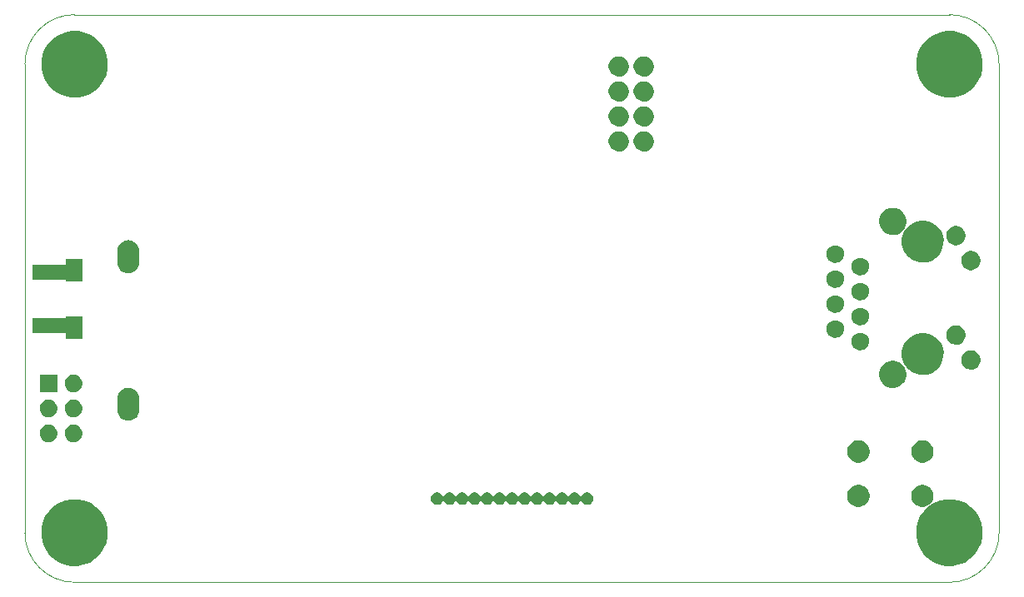
<source format=gbs>
G04 (created by PCBNEW (2013-07-07 BZR 4022)-stable) date 04/07/2014 12:13:18*
%MOIN*%
G04 Gerber Fmt 3.4, Leading zero omitted, Abs format*
%FSLAX34Y34*%
G01*
G70*
G90*
G04 APERTURE LIST*
%ADD10C,0.00590551*%
%ADD11C,0.00393701*%
G04 APERTURE END LIST*
G54D10*
G54D11*
X35531Y-48472D02*
X35531Y-29722D01*
X35531Y-48472D02*
G75*
G03X37518Y-50460I1987J0D01*
G74*
G01*
X72520Y-50460D02*
X37518Y-50460D01*
X72520Y-50460D02*
G75*
G03X74507Y-48472I0J1987D01*
G74*
G01*
X74507Y-29722D02*
X74507Y-48472D01*
X74507Y-29722D02*
G75*
G03X72520Y-27735I-1987J0D01*
G74*
G01*
X37518Y-27735D02*
X72520Y-27735D01*
X37518Y-27735D02*
G75*
G03X35531Y-29722I0J-1987D01*
G74*
G01*
G54D10*
G36*
X36831Y-43466D02*
X36830Y-43542D01*
X36814Y-43612D01*
X36787Y-43673D01*
X36746Y-43731D01*
X36698Y-43777D01*
X36637Y-43815D01*
X36576Y-43839D01*
X36505Y-43852D01*
X36439Y-43850D01*
X36369Y-43835D01*
X36309Y-43808D01*
X36249Y-43767D01*
X36204Y-43720D01*
X36165Y-43659D01*
X36140Y-43598D01*
X36127Y-43527D01*
X36128Y-43462D01*
X36143Y-43391D01*
X36169Y-43331D01*
X36210Y-43271D01*
X36257Y-43225D01*
X36317Y-43186D01*
X36378Y-43161D01*
X36449Y-43148D01*
X36515Y-43148D01*
X36586Y-43163D01*
X36646Y-43188D01*
X36706Y-43229D01*
X36752Y-43275D01*
X36792Y-43335D01*
X36817Y-43396D01*
X36817Y-43397D01*
X36817Y-43397D01*
X36824Y-43431D01*
X36831Y-43465D01*
X36831Y-43466D01*
X36831Y-43466D01*
G37*
G36*
X36831Y-44466D02*
X36830Y-44542D01*
X36814Y-44612D01*
X36787Y-44673D01*
X36746Y-44731D01*
X36698Y-44777D01*
X36637Y-44815D01*
X36576Y-44839D01*
X36505Y-44852D01*
X36439Y-44850D01*
X36369Y-44835D01*
X36309Y-44808D01*
X36249Y-44767D01*
X36204Y-44720D01*
X36165Y-44659D01*
X36140Y-44598D01*
X36127Y-44527D01*
X36128Y-44462D01*
X36143Y-44391D01*
X36169Y-44331D01*
X36210Y-44271D01*
X36257Y-44225D01*
X36317Y-44186D01*
X36378Y-44161D01*
X36449Y-44148D01*
X36515Y-44148D01*
X36586Y-44163D01*
X36646Y-44188D01*
X36706Y-44229D01*
X36752Y-44275D01*
X36792Y-44335D01*
X36817Y-44396D01*
X36817Y-44397D01*
X36817Y-44397D01*
X36824Y-44431D01*
X36831Y-44465D01*
X36831Y-44466D01*
X36831Y-44466D01*
G37*
G36*
X36831Y-42851D02*
X36128Y-42851D01*
X36128Y-42148D01*
X36831Y-42148D01*
X36831Y-42851D01*
X36831Y-42851D01*
G37*
G36*
X37831Y-42466D02*
X37830Y-42542D01*
X37814Y-42612D01*
X37787Y-42673D01*
X37746Y-42731D01*
X37698Y-42777D01*
X37637Y-42815D01*
X37576Y-42839D01*
X37505Y-42852D01*
X37439Y-42850D01*
X37369Y-42835D01*
X37309Y-42808D01*
X37249Y-42767D01*
X37204Y-42720D01*
X37165Y-42659D01*
X37140Y-42598D01*
X37127Y-42527D01*
X37128Y-42462D01*
X37143Y-42391D01*
X37169Y-42331D01*
X37210Y-42271D01*
X37257Y-42225D01*
X37317Y-42186D01*
X37378Y-42161D01*
X37449Y-42148D01*
X37515Y-42148D01*
X37586Y-42163D01*
X37646Y-42188D01*
X37706Y-42229D01*
X37752Y-42275D01*
X37792Y-42335D01*
X37817Y-42396D01*
X37817Y-42397D01*
X37817Y-42397D01*
X37824Y-42431D01*
X37831Y-42465D01*
X37831Y-42466D01*
X37831Y-42466D01*
G37*
G36*
X37831Y-43466D02*
X37830Y-43542D01*
X37814Y-43612D01*
X37787Y-43673D01*
X37746Y-43731D01*
X37698Y-43777D01*
X37637Y-43815D01*
X37576Y-43839D01*
X37505Y-43852D01*
X37439Y-43850D01*
X37369Y-43835D01*
X37309Y-43808D01*
X37249Y-43767D01*
X37204Y-43720D01*
X37165Y-43659D01*
X37140Y-43598D01*
X37127Y-43527D01*
X37128Y-43462D01*
X37143Y-43391D01*
X37169Y-43331D01*
X37210Y-43271D01*
X37257Y-43225D01*
X37317Y-43186D01*
X37378Y-43161D01*
X37449Y-43148D01*
X37515Y-43148D01*
X37586Y-43163D01*
X37646Y-43188D01*
X37706Y-43229D01*
X37752Y-43275D01*
X37792Y-43335D01*
X37817Y-43396D01*
X37817Y-43397D01*
X37817Y-43397D01*
X37824Y-43431D01*
X37831Y-43465D01*
X37831Y-43466D01*
X37831Y-43466D01*
G37*
G36*
X37831Y-44466D02*
X37830Y-44542D01*
X37814Y-44612D01*
X37787Y-44673D01*
X37746Y-44731D01*
X37698Y-44777D01*
X37637Y-44815D01*
X37576Y-44839D01*
X37505Y-44852D01*
X37439Y-44850D01*
X37369Y-44835D01*
X37309Y-44808D01*
X37249Y-44767D01*
X37204Y-44720D01*
X37165Y-44659D01*
X37140Y-44598D01*
X37127Y-44527D01*
X37128Y-44462D01*
X37143Y-44391D01*
X37169Y-44331D01*
X37210Y-44271D01*
X37257Y-44225D01*
X37317Y-44186D01*
X37378Y-44161D01*
X37449Y-44148D01*
X37515Y-44148D01*
X37586Y-44163D01*
X37646Y-44188D01*
X37706Y-44229D01*
X37752Y-44275D01*
X37792Y-44335D01*
X37817Y-44396D01*
X37817Y-44397D01*
X37817Y-44397D01*
X37824Y-44431D01*
X37831Y-44465D01*
X37831Y-44466D01*
X37831Y-44466D01*
G37*
G36*
X37842Y-38417D02*
X37164Y-38417D01*
X37164Y-38371D01*
X37164Y-38364D01*
X37161Y-38357D01*
X37156Y-38351D01*
X37148Y-38348D01*
X37141Y-38348D01*
X35825Y-38348D01*
X35825Y-37733D01*
X37141Y-37733D01*
X37148Y-37733D01*
X37156Y-37730D01*
X37161Y-37725D01*
X37164Y-37718D01*
X37164Y-37710D01*
X37164Y-37527D01*
X37842Y-37527D01*
X37842Y-38417D01*
X37842Y-38417D01*
G37*
G36*
X37842Y-40700D02*
X37164Y-40700D01*
X37164Y-40517D01*
X37164Y-40509D01*
X37161Y-40502D01*
X37156Y-40497D01*
X37148Y-40494D01*
X37141Y-40494D01*
X35825Y-40494D01*
X35825Y-39879D01*
X37141Y-39879D01*
X37148Y-39879D01*
X37156Y-39876D01*
X37161Y-39870D01*
X37164Y-39863D01*
X37164Y-39856D01*
X37164Y-39810D01*
X37842Y-39810D01*
X37842Y-40700D01*
X37842Y-40700D01*
G37*
G36*
X38850Y-29594D02*
X38846Y-29889D01*
X38788Y-30146D01*
X38683Y-30382D01*
X38531Y-30598D01*
X38344Y-30776D01*
X38121Y-30917D01*
X37880Y-31011D01*
X37620Y-31056D01*
X37362Y-31051D01*
X37104Y-30994D01*
X36868Y-30891D01*
X36651Y-30740D01*
X36472Y-30555D01*
X36329Y-30333D01*
X36234Y-30093D01*
X36186Y-29833D01*
X36190Y-29576D01*
X36245Y-29317D01*
X36346Y-29080D01*
X36496Y-28862D01*
X36680Y-28682D01*
X36901Y-28537D01*
X37140Y-28441D01*
X37400Y-28391D01*
X37657Y-28393D01*
X37916Y-28446D01*
X38154Y-28546D01*
X38373Y-28694D01*
X38554Y-28876D01*
X38701Y-29097D01*
X38799Y-29335D01*
X38850Y-29594D01*
X38850Y-29594D01*
G37*
G36*
X38850Y-48344D02*
X38846Y-48639D01*
X38788Y-48896D01*
X38683Y-49132D01*
X38531Y-49348D01*
X38344Y-49526D01*
X38121Y-49667D01*
X37880Y-49761D01*
X37620Y-49806D01*
X37362Y-49801D01*
X37104Y-49744D01*
X36868Y-49641D01*
X36651Y-49490D01*
X36472Y-49305D01*
X36329Y-49083D01*
X36234Y-48843D01*
X36186Y-48583D01*
X36190Y-48326D01*
X36245Y-48067D01*
X36346Y-47830D01*
X36496Y-47612D01*
X36680Y-47432D01*
X36901Y-47287D01*
X37140Y-47191D01*
X37400Y-47141D01*
X37657Y-47143D01*
X37916Y-47196D01*
X38154Y-47296D01*
X38373Y-47444D01*
X38554Y-47626D01*
X38701Y-47847D01*
X38799Y-48085D01*
X38850Y-48344D01*
X38850Y-48344D01*
G37*
G36*
X40110Y-37641D02*
X40110Y-37647D01*
X40110Y-37651D01*
X40110Y-37651D01*
X40100Y-37737D01*
X40100Y-37737D01*
X40100Y-37737D01*
X40074Y-37820D01*
X40032Y-37896D01*
X39976Y-37962D01*
X39908Y-38017D01*
X39832Y-38057D01*
X39748Y-38082D01*
X39662Y-38089D01*
X39575Y-38080D01*
X39493Y-38055D01*
X39416Y-38013D01*
X39349Y-37958D01*
X39294Y-37891D01*
X39254Y-37814D01*
X39228Y-37731D01*
X39220Y-37641D01*
X39220Y-37209D01*
X39220Y-37202D01*
X39220Y-37199D01*
X39220Y-37199D01*
X39230Y-37112D01*
X39230Y-37112D01*
X39230Y-37112D01*
X39256Y-37030D01*
X39298Y-36953D01*
X39353Y-36887D01*
X39421Y-36833D01*
X39498Y-36792D01*
X39582Y-36768D01*
X39668Y-36760D01*
X39754Y-36769D01*
X39837Y-36795D01*
X39914Y-36836D01*
X39980Y-36891D01*
X40035Y-36959D01*
X40076Y-37035D01*
X40101Y-37118D01*
X40110Y-37209D01*
X40110Y-37641D01*
X40110Y-37641D01*
G37*
G36*
X40110Y-43546D02*
X40110Y-43553D01*
X40110Y-43556D01*
X40110Y-43556D01*
X40100Y-43642D01*
X40100Y-43643D01*
X40100Y-43643D01*
X40074Y-43725D01*
X40032Y-43802D01*
X39976Y-43868D01*
X39908Y-43922D01*
X39832Y-43962D01*
X39748Y-43987D01*
X39662Y-43995D01*
X39575Y-43986D01*
X39493Y-43960D01*
X39416Y-43919D01*
X39349Y-43864D01*
X39294Y-43796D01*
X39254Y-43720D01*
X39228Y-43636D01*
X39220Y-43546D01*
X39220Y-43114D01*
X39220Y-43108D01*
X39220Y-43104D01*
X39220Y-43104D01*
X39230Y-43018D01*
X39230Y-43018D01*
X39230Y-43018D01*
X39256Y-42935D01*
X39298Y-42859D01*
X39353Y-42793D01*
X39421Y-42738D01*
X39498Y-42698D01*
X39582Y-42673D01*
X39668Y-42666D01*
X39754Y-42675D01*
X39837Y-42700D01*
X39914Y-42742D01*
X39980Y-42797D01*
X40035Y-42864D01*
X40076Y-42941D01*
X40101Y-43024D01*
X40110Y-43114D01*
X40110Y-43546D01*
X40110Y-43546D01*
G37*
G36*
X58268Y-47087D02*
X58267Y-47140D01*
X58255Y-47190D01*
X58237Y-47232D01*
X58207Y-47274D01*
X58174Y-47305D01*
X58130Y-47333D01*
X58088Y-47350D01*
X58037Y-47359D01*
X57991Y-47358D01*
X57941Y-47346D01*
X57899Y-47328D01*
X57856Y-47299D01*
X57825Y-47266D01*
X57797Y-47222D01*
X57789Y-47202D01*
X57786Y-47195D01*
X57780Y-47190D01*
X57773Y-47187D01*
X57766Y-47187D01*
X57758Y-47190D01*
X57753Y-47195D01*
X57737Y-47232D01*
X57707Y-47274D01*
X57674Y-47305D01*
X57630Y-47333D01*
X57588Y-47350D01*
X57537Y-47359D01*
X57491Y-47358D01*
X57441Y-47346D01*
X57399Y-47328D01*
X57356Y-47299D01*
X57325Y-47266D01*
X57297Y-47222D01*
X57289Y-47202D01*
X57286Y-47195D01*
X57280Y-47190D01*
X57273Y-47187D01*
X57266Y-47187D01*
X57258Y-47190D01*
X57253Y-47195D01*
X57237Y-47232D01*
X57207Y-47274D01*
X57174Y-47305D01*
X57130Y-47333D01*
X57088Y-47350D01*
X57037Y-47359D01*
X56991Y-47358D01*
X56941Y-47346D01*
X56899Y-47328D01*
X56856Y-47299D01*
X56825Y-47266D01*
X56797Y-47222D01*
X56789Y-47202D01*
X56786Y-47195D01*
X56780Y-47190D01*
X56773Y-47187D01*
X56766Y-47187D01*
X56758Y-47190D01*
X56753Y-47195D01*
X56737Y-47232D01*
X56707Y-47274D01*
X56674Y-47305D01*
X56630Y-47333D01*
X56588Y-47350D01*
X56537Y-47359D01*
X56491Y-47358D01*
X56441Y-47346D01*
X56399Y-47328D01*
X56356Y-47299D01*
X56325Y-47266D01*
X56297Y-47222D01*
X56289Y-47202D01*
X56286Y-47195D01*
X56280Y-47190D01*
X56273Y-47187D01*
X56266Y-47187D01*
X56258Y-47190D01*
X56253Y-47195D01*
X56237Y-47232D01*
X56207Y-47274D01*
X56174Y-47305D01*
X56130Y-47333D01*
X56088Y-47350D01*
X56037Y-47359D01*
X55991Y-47358D01*
X55941Y-47346D01*
X55899Y-47328D01*
X55856Y-47299D01*
X55825Y-47266D01*
X55797Y-47222D01*
X55789Y-47202D01*
X55786Y-47195D01*
X55780Y-47190D01*
X55773Y-47187D01*
X55766Y-47187D01*
X55758Y-47190D01*
X55753Y-47195D01*
X55737Y-47232D01*
X55707Y-47274D01*
X55674Y-47305D01*
X55630Y-47333D01*
X55588Y-47350D01*
X55537Y-47359D01*
X55491Y-47358D01*
X55441Y-47346D01*
X55399Y-47328D01*
X55356Y-47299D01*
X55325Y-47266D01*
X55297Y-47222D01*
X55289Y-47202D01*
X55286Y-47195D01*
X55280Y-47190D01*
X55273Y-47187D01*
X55266Y-47187D01*
X55258Y-47190D01*
X55253Y-47195D01*
X55237Y-47232D01*
X55207Y-47274D01*
X55174Y-47305D01*
X55130Y-47333D01*
X55088Y-47350D01*
X55037Y-47359D01*
X54991Y-47358D01*
X54941Y-47346D01*
X54899Y-47328D01*
X54856Y-47299D01*
X54825Y-47266D01*
X54797Y-47222D01*
X54789Y-47202D01*
X54786Y-47195D01*
X54780Y-47190D01*
X54773Y-47187D01*
X54766Y-47187D01*
X54758Y-47190D01*
X54753Y-47195D01*
X54737Y-47232D01*
X54707Y-47274D01*
X54674Y-47305D01*
X54630Y-47333D01*
X54588Y-47350D01*
X54537Y-47359D01*
X54491Y-47358D01*
X54441Y-47346D01*
X54399Y-47328D01*
X54356Y-47299D01*
X54325Y-47266D01*
X54297Y-47222D01*
X54289Y-47202D01*
X54286Y-47195D01*
X54280Y-47190D01*
X54273Y-47187D01*
X54266Y-47187D01*
X54258Y-47190D01*
X54253Y-47195D01*
X54237Y-47232D01*
X54207Y-47274D01*
X54174Y-47305D01*
X54130Y-47333D01*
X54088Y-47350D01*
X54037Y-47359D01*
X53991Y-47358D01*
X53941Y-47346D01*
X53899Y-47328D01*
X53856Y-47299D01*
X53825Y-47266D01*
X53797Y-47222D01*
X53789Y-47202D01*
X53786Y-47195D01*
X53780Y-47190D01*
X53773Y-47187D01*
X53766Y-47187D01*
X53758Y-47190D01*
X53753Y-47195D01*
X53737Y-47232D01*
X53707Y-47274D01*
X53674Y-47305D01*
X53630Y-47333D01*
X53588Y-47350D01*
X53537Y-47359D01*
X53491Y-47358D01*
X53441Y-47346D01*
X53399Y-47328D01*
X53356Y-47299D01*
X53325Y-47266D01*
X53297Y-47222D01*
X53289Y-47202D01*
X53286Y-47195D01*
X53280Y-47190D01*
X53273Y-47187D01*
X53266Y-47187D01*
X53258Y-47190D01*
X53253Y-47195D01*
X53237Y-47232D01*
X53207Y-47274D01*
X53174Y-47305D01*
X53130Y-47333D01*
X53088Y-47350D01*
X53037Y-47359D01*
X52991Y-47358D01*
X52941Y-47346D01*
X52899Y-47328D01*
X52856Y-47299D01*
X52825Y-47266D01*
X52797Y-47222D01*
X52789Y-47202D01*
X52786Y-47195D01*
X52780Y-47190D01*
X52773Y-47187D01*
X52766Y-47187D01*
X52758Y-47190D01*
X52753Y-47195D01*
X52737Y-47232D01*
X52707Y-47274D01*
X52674Y-47305D01*
X52630Y-47333D01*
X52588Y-47350D01*
X52537Y-47359D01*
X52491Y-47358D01*
X52441Y-47346D01*
X52399Y-47328D01*
X52356Y-47299D01*
X52325Y-47266D01*
X52297Y-47222D01*
X52289Y-47202D01*
X52286Y-47195D01*
X52280Y-47190D01*
X52273Y-47187D01*
X52266Y-47187D01*
X52258Y-47190D01*
X52253Y-47195D01*
X52237Y-47232D01*
X52207Y-47274D01*
X52174Y-47305D01*
X52130Y-47333D01*
X52088Y-47350D01*
X52037Y-47359D01*
X51991Y-47358D01*
X51941Y-47346D01*
X51899Y-47328D01*
X51856Y-47299D01*
X51825Y-47266D01*
X51797Y-47222D01*
X51780Y-47180D01*
X51771Y-47129D01*
X51771Y-47084D01*
X51782Y-47033D01*
X51800Y-46991D01*
X51829Y-46948D01*
X51862Y-46916D01*
X51905Y-46888D01*
X51947Y-46871D01*
X51998Y-46861D01*
X52043Y-46862D01*
X52095Y-46872D01*
X52136Y-46889D01*
X52180Y-46919D01*
X52211Y-46951D01*
X52240Y-46994D01*
X52250Y-47017D01*
X52253Y-47024D01*
X52258Y-47030D01*
X52265Y-47033D01*
X52273Y-47033D01*
X52280Y-47030D01*
X52285Y-47024D01*
X52300Y-46991D01*
X52329Y-46948D01*
X52362Y-46916D01*
X52405Y-46888D01*
X52447Y-46871D01*
X52498Y-46861D01*
X52543Y-46862D01*
X52595Y-46872D01*
X52636Y-46889D01*
X52680Y-46919D01*
X52711Y-46951D01*
X52740Y-46994D01*
X52750Y-47017D01*
X52753Y-47024D01*
X52758Y-47030D01*
X52765Y-47033D01*
X52773Y-47033D01*
X52780Y-47030D01*
X52785Y-47024D01*
X52800Y-46991D01*
X52829Y-46948D01*
X52862Y-46916D01*
X52905Y-46888D01*
X52947Y-46871D01*
X52998Y-46861D01*
X53043Y-46862D01*
X53095Y-46872D01*
X53136Y-46889D01*
X53180Y-46919D01*
X53211Y-46951D01*
X53240Y-46994D01*
X53250Y-47017D01*
X53253Y-47024D01*
X53258Y-47030D01*
X53265Y-47033D01*
X53273Y-47033D01*
X53280Y-47030D01*
X53285Y-47024D01*
X53300Y-46991D01*
X53329Y-46948D01*
X53362Y-46916D01*
X53405Y-46888D01*
X53447Y-46871D01*
X53498Y-46861D01*
X53543Y-46862D01*
X53595Y-46872D01*
X53636Y-46889D01*
X53680Y-46919D01*
X53711Y-46951D01*
X53740Y-46994D01*
X53750Y-47017D01*
X53753Y-47024D01*
X53758Y-47030D01*
X53765Y-47033D01*
X53773Y-47033D01*
X53780Y-47030D01*
X53785Y-47024D01*
X53800Y-46991D01*
X53829Y-46948D01*
X53862Y-46916D01*
X53905Y-46888D01*
X53947Y-46871D01*
X53998Y-46861D01*
X54043Y-46862D01*
X54095Y-46872D01*
X54136Y-46889D01*
X54180Y-46919D01*
X54211Y-46951D01*
X54240Y-46994D01*
X54250Y-47017D01*
X54253Y-47024D01*
X54258Y-47030D01*
X54265Y-47033D01*
X54273Y-47033D01*
X54280Y-47030D01*
X54285Y-47024D01*
X54300Y-46991D01*
X54329Y-46948D01*
X54362Y-46916D01*
X54405Y-46888D01*
X54447Y-46871D01*
X54498Y-46861D01*
X54543Y-46862D01*
X54595Y-46872D01*
X54636Y-46889D01*
X54680Y-46919D01*
X54711Y-46951D01*
X54740Y-46994D01*
X54750Y-47017D01*
X54753Y-47024D01*
X54758Y-47030D01*
X54765Y-47033D01*
X54773Y-47033D01*
X54780Y-47030D01*
X54785Y-47024D01*
X54800Y-46991D01*
X54829Y-46948D01*
X54862Y-46916D01*
X54905Y-46888D01*
X54947Y-46871D01*
X54998Y-46861D01*
X55043Y-46862D01*
X55095Y-46872D01*
X55136Y-46889D01*
X55180Y-46919D01*
X55211Y-46951D01*
X55240Y-46994D01*
X55250Y-47017D01*
X55253Y-47024D01*
X55258Y-47030D01*
X55265Y-47033D01*
X55273Y-47033D01*
X55280Y-47030D01*
X55285Y-47024D01*
X55300Y-46991D01*
X55329Y-46948D01*
X55362Y-46916D01*
X55405Y-46888D01*
X55447Y-46871D01*
X55498Y-46861D01*
X55543Y-46862D01*
X55595Y-46872D01*
X55636Y-46889D01*
X55680Y-46919D01*
X55711Y-46951D01*
X55740Y-46994D01*
X55750Y-47017D01*
X55753Y-47024D01*
X55758Y-47030D01*
X55765Y-47033D01*
X55773Y-47033D01*
X55780Y-47030D01*
X55785Y-47024D01*
X55800Y-46991D01*
X55829Y-46948D01*
X55862Y-46916D01*
X55905Y-46888D01*
X55947Y-46871D01*
X55998Y-46861D01*
X56043Y-46862D01*
X56095Y-46872D01*
X56136Y-46889D01*
X56180Y-46919D01*
X56211Y-46951D01*
X56240Y-46994D01*
X56250Y-47017D01*
X56253Y-47024D01*
X56258Y-47030D01*
X56265Y-47033D01*
X56273Y-47033D01*
X56280Y-47030D01*
X56285Y-47024D01*
X56300Y-46991D01*
X56329Y-46948D01*
X56362Y-46916D01*
X56405Y-46888D01*
X56447Y-46871D01*
X56498Y-46861D01*
X56543Y-46862D01*
X56595Y-46872D01*
X56636Y-46889D01*
X56680Y-46919D01*
X56711Y-46951D01*
X56740Y-46994D01*
X56750Y-47017D01*
X56753Y-47024D01*
X56758Y-47030D01*
X56765Y-47033D01*
X56773Y-47033D01*
X56780Y-47030D01*
X56785Y-47024D01*
X56800Y-46991D01*
X56829Y-46948D01*
X56862Y-46916D01*
X56905Y-46888D01*
X56947Y-46871D01*
X56998Y-46861D01*
X57043Y-46862D01*
X57095Y-46872D01*
X57136Y-46889D01*
X57180Y-46919D01*
X57211Y-46951D01*
X57240Y-46994D01*
X57250Y-47017D01*
X57253Y-47024D01*
X57258Y-47030D01*
X57265Y-47033D01*
X57273Y-47033D01*
X57280Y-47030D01*
X57285Y-47024D01*
X57300Y-46991D01*
X57329Y-46948D01*
X57362Y-46916D01*
X57405Y-46888D01*
X57447Y-46871D01*
X57498Y-46861D01*
X57543Y-46862D01*
X57595Y-46872D01*
X57636Y-46889D01*
X57680Y-46919D01*
X57711Y-46951D01*
X57740Y-46994D01*
X57750Y-47017D01*
X57753Y-47024D01*
X57758Y-47030D01*
X57765Y-47033D01*
X57773Y-47033D01*
X57780Y-47030D01*
X57785Y-47024D01*
X57800Y-46991D01*
X57829Y-46948D01*
X57862Y-46916D01*
X57905Y-46888D01*
X57947Y-46871D01*
X57998Y-46861D01*
X58043Y-46862D01*
X58095Y-46872D01*
X58136Y-46889D01*
X58180Y-46919D01*
X58211Y-46951D01*
X58240Y-46994D01*
X58257Y-47036D01*
X58267Y-47085D01*
X58268Y-47087D01*
X58268Y-47087D01*
G37*
G36*
X59691Y-29769D02*
X59690Y-29857D01*
X59672Y-29938D01*
X59641Y-30008D01*
X59593Y-30075D01*
X59538Y-30128D01*
X59468Y-30172D01*
X59397Y-30200D01*
X59315Y-30214D01*
X59239Y-30212D01*
X59158Y-30195D01*
X59088Y-30164D01*
X59020Y-30117D01*
X58967Y-30062D01*
X58922Y-29992D01*
X58894Y-29921D01*
X58879Y-29840D01*
X58880Y-29764D01*
X58897Y-29683D01*
X58927Y-29613D01*
X58974Y-29544D01*
X59029Y-29491D01*
X59098Y-29445D01*
X59169Y-29417D01*
X59250Y-29401D01*
X59326Y-29402D01*
X59408Y-29419D01*
X59478Y-29448D01*
X59547Y-29495D01*
X59600Y-29548D01*
X59646Y-29618D01*
X59675Y-29688D01*
X59691Y-29769D01*
X59691Y-29769D01*
G37*
G36*
X59691Y-30769D02*
X59690Y-30857D01*
X59672Y-30938D01*
X59641Y-31008D01*
X59593Y-31075D01*
X59538Y-31128D01*
X59468Y-31172D01*
X59397Y-31200D01*
X59315Y-31214D01*
X59239Y-31212D01*
X59158Y-31195D01*
X59088Y-31164D01*
X59020Y-31117D01*
X58967Y-31062D01*
X58922Y-30992D01*
X58894Y-30921D01*
X58879Y-30840D01*
X58880Y-30764D01*
X58897Y-30683D01*
X58927Y-30613D01*
X58974Y-30544D01*
X59029Y-30491D01*
X59098Y-30445D01*
X59169Y-30417D01*
X59250Y-30401D01*
X59326Y-30402D01*
X59408Y-30419D01*
X59478Y-30448D01*
X59547Y-30495D01*
X59600Y-30548D01*
X59646Y-30618D01*
X59675Y-30688D01*
X59691Y-30769D01*
X59691Y-30769D01*
G37*
G36*
X59691Y-31769D02*
X59690Y-31857D01*
X59672Y-31938D01*
X59641Y-32008D01*
X59593Y-32075D01*
X59538Y-32128D01*
X59468Y-32172D01*
X59397Y-32200D01*
X59315Y-32214D01*
X59239Y-32212D01*
X59158Y-32195D01*
X59088Y-32164D01*
X59020Y-32117D01*
X58967Y-32062D01*
X58922Y-31992D01*
X58894Y-31921D01*
X58879Y-31840D01*
X58880Y-31764D01*
X58897Y-31683D01*
X58927Y-31613D01*
X58974Y-31544D01*
X59029Y-31491D01*
X59098Y-31445D01*
X59169Y-31417D01*
X59250Y-31401D01*
X59326Y-31402D01*
X59408Y-31419D01*
X59478Y-31448D01*
X59547Y-31495D01*
X59600Y-31548D01*
X59646Y-31618D01*
X59675Y-31688D01*
X59691Y-31769D01*
X59691Y-31769D01*
G37*
G36*
X59691Y-32769D02*
X59690Y-32857D01*
X59672Y-32938D01*
X59641Y-33008D01*
X59593Y-33075D01*
X59538Y-33128D01*
X59468Y-33172D01*
X59397Y-33200D01*
X59315Y-33214D01*
X59239Y-33212D01*
X59158Y-33195D01*
X59088Y-33164D01*
X59020Y-33117D01*
X58967Y-33062D01*
X58922Y-32992D01*
X58894Y-32921D01*
X58879Y-32840D01*
X58880Y-32764D01*
X58897Y-32683D01*
X58927Y-32613D01*
X58974Y-32544D01*
X59029Y-32491D01*
X59098Y-32445D01*
X59169Y-32417D01*
X59250Y-32401D01*
X59326Y-32402D01*
X59408Y-32419D01*
X59478Y-32448D01*
X59547Y-32495D01*
X59600Y-32548D01*
X59646Y-32618D01*
X59675Y-32688D01*
X59691Y-32769D01*
X59691Y-32769D01*
G37*
G36*
X60691Y-29769D02*
X60690Y-29857D01*
X60672Y-29938D01*
X60641Y-30008D01*
X60593Y-30075D01*
X60538Y-30128D01*
X60468Y-30172D01*
X60397Y-30200D01*
X60315Y-30214D01*
X60239Y-30212D01*
X60158Y-30195D01*
X60088Y-30164D01*
X60020Y-30117D01*
X59967Y-30062D01*
X59922Y-29992D01*
X59894Y-29921D01*
X59879Y-29840D01*
X59880Y-29764D01*
X59897Y-29683D01*
X59927Y-29613D01*
X59974Y-29544D01*
X60029Y-29491D01*
X60098Y-29445D01*
X60169Y-29417D01*
X60250Y-29401D01*
X60326Y-29402D01*
X60408Y-29419D01*
X60478Y-29448D01*
X60547Y-29495D01*
X60600Y-29548D01*
X60646Y-29618D01*
X60675Y-29688D01*
X60691Y-29769D01*
X60691Y-29769D01*
G37*
G36*
X60691Y-30769D02*
X60690Y-30857D01*
X60672Y-30938D01*
X60641Y-31008D01*
X60593Y-31075D01*
X60538Y-31128D01*
X60468Y-31172D01*
X60397Y-31200D01*
X60315Y-31214D01*
X60239Y-31212D01*
X60158Y-31195D01*
X60088Y-31164D01*
X60020Y-31117D01*
X59967Y-31062D01*
X59922Y-30992D01*
X59894Y-30921D01*
X59879Y-30840D01*
X59880Y-30764D01*
X59897Y-30683D01*
X59927Y-30613D01*
X59974Y-30544D01*
X60029Y-30491D01*
X60098Y-30445D01*
X60169Y-30417D01*
X60250Y-30401D01*
X60326Y-30402D01*
X60408Y-30419D01*
X60478Y-30448D01*
X60547Y-30495D01*
X60600Y-30548D01*
X60646Y-30618D01*
X60675Y-30688D01*
X60691Y-30769D01*
X60691Y-30769D01*
G37*
G36*
X60691Y-31769D02*
X60690Y-31857D01*
X60672Y-31938D01*
X60641Y-32008D01*
X60593Y-32075D01*
X60538Y-32128D01*
X60468Y-32172D01*
X60397Y-32200D01*
X60315Y-32214D01*
X60239Y-32212D01*
X60158Y-32195D01*
X60088Y-32164D01*
X60020Y-32117D01*
X59967Y-32062D01*
X59922Y-31992D01*
X59894Y-31921D01*
X59879Y-31840D01*
X59880Y-31764D01*
X59897Y-31683D01*
X59927Y-31613D01*
X59974Y-31544D01*
X60029Y-31491D01*
X60098Y-31445D01*
X60169Y-31417D01*
X60250Y-31401D01*
X60326Y-31402D01*
X60408Y-31419D01*
X60478Y-31448D01*
X60547Y-31495D01*
X60600Y-31548D01*
X60646Y-31618D01*
X60675Y-31688D01*
X60691Y-31769D01*
X60691Y-31769D01*
G37*
G36*
X60691Y-32769D02*
X60690Y-32857D01*
X60672Y-32938D01*
X60641Y-33008D01*
X60593Y-33075D01*
X60538Y-33128D01*
X60468Y-33172D01*
X60397Y-33200D01*
X60315Y-33214D01*
X60239Y-33212D01*
X60158Y-33195D01*
X60088Y-33164D01*
X60020Y-33117D01*
X59967Y-33062D01*
X59922Y-32992D01*
X59894Y-32921D01*
X59879Y-32840D01*
X59880Y-32764D01*
X59897Y-32683D01*
X59927Y-32613D01*
X59974Y-32544D01*
X60029Y-32491D01*
X60098Y-32445D01*
X60169Y-32417D01*
X60250Y-32401D01*
X60326Y-32402D01*
X60408Y-32419D01*
X60478Y-32448D01*
X60547Y-32495D01*
X60600Y-32548D01*
X60646Y-32618D01*
X60675Y-32688D01*
X60691Y-32769D01*
X60691Y-32769D01*
G37*
G36*
X68300Y-37290D02*
X68299Y-37366D01*
X68283Y-37436D01*
X68256Y-37497D01*
X68215Y-37555D01*
X68167Y-37601D01*
X68106Y-37639D01*
X68045Y-37663D01*
X67974Y-37676D01*
X67908Y-37674D01*
X67838Y-37659D01*
X67778Y-37632D01*
X67718Y-37591D01*
X67673Y-37544D01*
X67634Y-37483D01*
X67610Y-37422D01*
X67597Y-37351D01*
X67597Y-37286D01*
X67612Y-37215D01*
X67638Y-37155D01*
X67679Y-37095D01*
X67726Y-37049D01*
X67786Y-37010D01*
X67847Y-36985D01*
X67918Y-36972D01*
X67984Y-36972D01*
X68055Y-36987D01*
X68115Y-37012D01*
X68175Y-37053D01*
X68221Y-37099D01*
X68261Y-37159D01*
X68286Y-37220D01*
X68286Y-37222D01*
X68286Y-37222D01*
X68293Y-37255D01*
X68300Y-37289D01*
X68300Y-37290D01*
X68300Y-37290D01*
G37*
G36*
X68300Y-38290D02*
X68299Y-38366D01*
X68283Y-38436D01*
X68256Y-38497D01*
X68215Y-38555D01*
X68167Y-38601D01*
X68106Y-38639D01*
X68045Y-38663D01*
X67974Y-38676D01*
X67908Y-38674D01*
X67838Y-38659D01*
X67778Y-38632D01*
X67718Y-38591D01*
X67673Y-38544D01*
X67634Y-38483D01*
X67610Y-38422D01*
X67597Y-38351D01*
X67597Y-38286D01*
X67612Y-38215D01*
X67638Y-38155D01*
X67679Y-38095D01*
X67726Y-38049D01*
X67786Y-38010D01*
X67847Y-37985D01*
X67918Y-37972D01*
X67984Y-37972D01*
X68055Y-37987D01*
X68115Y-38012D01*
X68175Y-38053D01*
X68221Y-38099D01*
X68261Y-38159D01*
X68286Y-38220D01*
X68286Y-38222D01*
X68286Y-38222D01*
X68293Y-38255D01*
X68300Y-38289D01*
X68300Y-38290D01*
X68300Y-38290D01*
G37*
G36*
X68300Y-39290D02*
X68299Y-39366D01*
X68283Y-39436D01*
X68256Y-39497D01*
X68215Y-39555D01*
X68167Y-39601D01*
X68106Y-39639D01*
X68045Y-39663D01*
X67974Y-39676D01*
X67908Y-39674D01*
X67838Y-39659D01*
X67778Y-39632D01*
X67718Y-39591D01*
X67673Y-39544D01*
X67634Y-39483D01*
X67610Y-39422D01*
X67597Y-39351D01*
X67597Y-39286D01*
X67612Y-39215D01*
X67638Y-39155D01*
X67679Y-39095D01*
X67726Y-39049D01*
X67786Y-39010D01*
X67847Y-38985D01*
X67918Y-38972D01*
X67984Y-38972D01*
X68055Y-38987D01*
X68115Y-39012D01*
X68175Y-39053D01*
X68221Y-39099D01*
X68261Y-39159D01*
X68286Y-39220D01*
X68286Y-39222D01*
X68286Y-39222D01*
X68293Y-39255D01*
X68300Y-39289D01*
X68300Y-39290D01*
X68300Y-39290D01*
G37*
G36*
X68300Y-40290D02*
X68299Y-40366D01*
X68283Y-40436D01*
X68256Y-40497D01*
X68215Y-40555D01*
X68167Y-40601D01*
X68106Y-40639D01*
X68045Y-40663D01*
X67974Y-40676D01*
X67908Y-40674D01*
X67838Y-40659D01*
X67778Y-40632D01*
X67718Y-40591D01*
X67673Y-40544D01*
X67634Y-40483D01*
X67610Y-40422D01*
X67597Y-40351D01*
X67597Y-40286D01*
X67612Y-40215D01*
X67638Y-40155D01*
X67679Y-40095D01*
X67726Y-40049D01*
X67786Y-40010D01*
X67847Y-39985D01*
X67918Y-39972D01*
X67984Y-39972D01*
X68055Y-39987D01*
X68115Y-40012D01*
X68175Y-40053D01*
X68221Y-40099D01*
X68261Y-40159D01*
X68286Y-40220D01*
X68286Y-40222D01*
X68286Y-40222D01*
X68293Y-40255D01*
X68300Y-40289D01*
X68300Y-40290D01*
X68300Y-40290D01*
G37*
G36*
X69300Y-37790D02*
X69299Y-37866D01*
X69283Y-37936D01*
X69256Y-37997D01*
X69215Y-38055D01*
X69167Y-38101D01*
X69106Y-38139D01*
X69045Y-38163D01*
X68974Y-38176D01*
X68908Y-38174D01*
X68838Y-38159D01*
X68778Y-38132D01*
X68718Y-38091D01*
X68673Y-38044D01*
X68634Y-37983D01*
X68610Y-37922D01*
X68597Y-37851D01*
X68597Y-37786D01*
X68612Y-37715D01*
X68638Y-37655D01*
X68679Y-37595D01*
X68726Y-37549D01*
X68786Y-37510D01*
X68847Y-37485D01*
X68918Y-37472D01*
X68984Y-37472D01*
X69055Y-37487D01*
X69115Y-37512D01*
X69175Y-37553D01*
X69221Y-37599D01*
X69261Y-37659D01*
X69286Y-37720D01*
X69286Y-37722D01*
X69286Y-37722D01*
X69293Y-37755D01*
X69300Y-37789D01*
X69300Y-37790D01*
X69300Y-37790D01*
G37*
G36*
X69300Y-38790D02*
X69299Y-38866D01*
X69283Y-38936D01*
X69256Y-38997D01*
X69215Y-39055D01*
X69167Y-39101D01*
X69106Y-39139D01*
X69045Y-39163D01*
X68974Y-39176D01*
X68908Y-39174D01*
X68838Y-39159D01*
X68778Y-39132D01*
X68718Y-39091D01*
X68673Y-39044D01*
X68634Y-38983D01*
X68610Y-38922D01*
X68597Y-38851D01*
X68597Y-38786D01*
X68612Y-38715D01*
X68638Y-38655D01*
X68679Y-38595D01*
X68726Y-38549D01*
X68786Y-38510D01*
X68847Y-38485D01*
X68918Y-38472D01*
X68984Y-38472D01*
X69055Y-38487D01*
X69115Y-38512D01*
X69175Y-38553D01*
X69221Y-38599D01*
X69261Y-38659D01*
X69286Y-38720D01*
X69286Y-38722D01*
X69286Y-38722D01*
X69293Y-38755D01*
X69300Y-38789D01*
X69300Y-38790D01*
X69300Y-38790D01*
G37*
G36*
X69300Y-39790D02*
X69299Y-39866D01*
X69283Y-39936D01*
X69256Y-39997D01*
X69215Y-40055D01*
X69167Y-40101D01*
X69106Y-40139D01*
X69045Y-40163D01*
X68974Y-40176D01*
X68908Y-40174D01*
X68838Y-40159D01*
X68778Y-40132D01*
X68718Y-40091D01*
X68673Y-40044D01*
X68634Y-39983D01*
X68610Y-39922D01*
X68597Y-39851D01*
X68597Y-39786D01*
X68612Y-39715D01*
X68638Y-39655D01*
X68679Y-39595D01*
X68726Y-39549D01*
X68786Y-39510D01*
X68847Y-39485D01*
X68918Y-39472D01*
X68984Y-39472D01*
X69055Y-39487D01*
X69115Y-39512D01*
X69175Y-39553D01*
X69221Y-39599D01*
X69261Y-39659D01*
X69286Y-39720D01*
X69286Y-39722D01*
X69286Y-39722D01*
X69293Y-39755D01*
X69300Y-39789D01*
X69300Y-39790D01*
X69300Y-39790D01*
G37*
G36*
X69300Y-40790D02*
X69299Y-40866D01*
X69283Y-40936D01*
X69256Y-40997D01*
X69215Y-41055D01*
X69167Y-41101D01*
X69106Y-41139D01*
X69045Y-41163D01*
X68974Y-41176D01*
X68908Y-41174D01*
X68838Y-41159D01*
X68778Y-41132D01*
X68718Y-41091D01*
X68673Y-41044D01*
X68634Y-40983D01*
X68610Y-40922D01*
X68597Y-40851D01*
X68597Y-40786D01*
X68612Y-40715D01*
X68638Y-40655D01*
X68679Y-40595D01*
X68726Y-40549D01*
X68786Y-40510D01*
X68847Y-40485D01*
X68918Y-40472D01*
X68984Y-40472D01*
X69055Y-40487D01*
X69115Y-40512D01*
X69175Y-40553D01*
X69221Y-40599D01*
X69261Y-40659D01*
X69286Y-40720D01*
X69286Y-40722D01*
X69286Y-40722D01*
X69293Y-40755D01*
X69300Y-40789D01*
X69300Y-40790D01*
X69300Y-40790D01*
G37*
G36*
X69323Y-45183D02*
X69322Y-45280D01*
X69302Y-45368D01*
X69267Y-45445D01*
X69215Y-45519D01*
X69154Y-45577D01*
X69078Y-45625D01*
X68999Y-45656D01*
X68911Y-45671D01*
X68826Y-45670D01*
X68738Y-45650D01*
X68661Y-45617D01*
X68587Y-45565D01*
X68528Y-45504D01*
X68479Y-45428D01*
X68448Y-45350D01*
X68432Y-45261D01*
X68433Y-45177D01*
X68452Y-45089D01*
X68485Y-45012D01*
X68536Y-44937D01*
X68596Y-44878D01*
X68672Y-44828D01*
X68750Y-44797D01*
X68839Y-44780D01*
X68923Y-44781D01*
X69012Y-44799D01*
X69089Y-44831D01*
X69164Y-44882D01*
X69223Y-44941D01*
X69274Y-45017D01*
X69305Y-45094D01*
X69323Y-45183D01*
X69323Y-45183D01*
G37*
G36*
X69323Y-46955D02*
X69322Y-47052D01*
X69302Y-47140D01*
X69267Y-47217D01*
X69215Y-47290D01*
X69154Y-47349D01*
X69078Y-47397D01*
X68999Y-47427D01*
X68911Y-47443D01*
X68826Y-47441D01*
X68738Y-47422D01*
X68661Y-47388D01*
X68587Y-47337D01*
X68528Y-47276D01*
X68479Y-47200D01*
X68448Y-47122D01*
X68432Y-47033D01*
X68433Y-46949D01*
X68452Y-46860D01*
X68485Y-46783D01*
X68536Y-46708D01*
X68596Y-46650D01*
X68672Y-46600D01*
X68750Y-46569D01*
X68839Y-46552D01*
X68923Y-46552D01*
X69012Y-46570D01*
X69089Y-46603D01*
X69164Y-46654D01*
X69223Y-46713D01*
X69274Y-46789D01*
X69305Y-46866D01*
X69323Y-46955D01*
X69323Y-46955D01*
G37*
G36*
X70791Y-35961D02*
X70790Y-36080D01*
X70765Y-36186D01*
X70723Y-36281D01*
X70660Y-36370D01*
X70585Y-36442D01*
X70493Y-36501D01*
X70396Y-36538D01*
X70288Y-36557D01*
X70185Y-36555D01*
X70077Y-36531D01*
X69983Y-36490D01*
X69893Y-36427D01*
X69821Y-36353D01*
X69761Y-36261D01*
X69723Y-36165D01*
X69703Y-36057D01*
X69705Y-35953D01*
X69728Y-35846D01*
X69768Y-35751D01*
X69830Y-35660D01*
X69904Y-35588D01*
X69996Y-35528D01*
X70092Y-35489D01*
X70200Y-35468D01*
X70303Y-35469D01*
X70411Y-35491D01*
X70506Y-35531D01*
X70597Y-35593D01*
X70670Y-35666D01*
X70731Y-35758D01*
X70770Y-35853D01*
X70791Y-35961D01*
X70791Y-35961D01*
G37*
G36*
X70791Y-42083D02*
X70790Y-42202D01*
X70765Y-42308D01*
X70723Y-42403D01*
X70660Y-42492D01*
X70585Y-42564D01*
X70493Y-42623D01*
X70396Y-42660D01*
X70288Y-42679D01*
X70185Y-42677D01*
X70077Y-42653D01*
X69983Y-42612D01*
X69893Y-42549D01*
X69821Y-42475D01*
X69761Y-42383D01*
X69723Y-42287D01*
X69703Y-42179D01*
X69705Y-42075D01*
X69728Y-41968D01*
X69768Y-41873D01*
X69830Y-41782D01*
X69904Y-41710D01*
X69996Y-41650D01*
X70092Y-41611D01*
X70200Y-41590D01*
X70303Y-41591D01*
X70411Y-41613D01*
X70506Y-41653D01*
X70597Y-41715D01*
X70670Y-41788D01*
X70731Y-41880D01*
X70770Y-41975D01*
X70791Y-42083D01*
X70791Y-42083D01*
G37*
G36*
X71882Y-45183D02*
X71881Y-45280D01*
X71861Y-45368D01*
X71826Y-45445D01*
X71774Y-45519D01*
X71713Y-45577D01*
X71637Y-45625D01*
X71559Y-45656D01*
X71470Y-45671D01*
X71385Y-45670D01*
X71297Y-45650D01*
X71220Y-45617D01*
X71146Y-45565D01*
X71087Y-45504D01*
X71038Y-45428D01*
X71007Y-45350D01*
X70991Y-45261D01*
X70992Y-45177D01*
X71011Y-45089D01*
X71044Y-45012D01*
X71095Y-44937D01*
X71155Y-44878D01*
X71231Y-44828D01*
X71309Y-44797D01*
X71398Y-44780D01*
X71482Y-44781D01*
X71571Y-44799D01*
X71648Y-44831D01*
X71723Y-44882D01*
X71782Y-44941D01*
X71833Y-45017D01*
X71864Y-45094D01*
X71882Y-45183D01*
X71882Y-45183D01*
G37*
G36*
X71882Y-46955D02*
X71881Y-47052D01*
X71861Y-47140D01*
X71826Y-47217D01*
X71774Y-47290D01*
X71713Y-47349D01*
X71637Y-47397D01*
X71559Y-47427D01*
X71470Y-47443D01*
X71385Y-47441D01*
X71297Y-47422D01*
X71220Y-47388D01*
X71146Y-47337D01*
X71087Y-47276D01*
X71038Y-47200D01*
X71007Y-47122D01*
X70991Y-47033D01*
X70992Y-46949D01*
X71011Y-46860D01*
X71044Y-46783D01*
X71095Y-46708D01*
X71155Y-46650D01*
X71231Y-46600D01*
X71309Y-46569D01*
X71398Y-46552D01*
X71482Y-46552D01*
X71571Y-46570D01*
X71648Y-46603D01*
X71723Y-46654D01*
X71782Y-46713D01*
X71833Y-46789D01*
X71864Y-46866D01*
X71882Y-46955D01*
X71882Y-46955D01*
G37*
G36*
X72287Y-36743D02*
X72285Y-36928D01*
X72248Y-37091D01*
X72182Y-37239D01*
X72086Y-37375D01*
X71969Y-37487D01*
X71827Y-37576D01*
X71677Y-37635D01*
X71512Y-37664D01*
X71350Y-37661D01*
X71187Y-37625D01*
X71039Y-37560D01*
X70901Y-37464D01*
X70789Y-37348D01*
X70698Y-37207D01*
X70639Y-37057D01*
X70609Y-36892D01*
X70611Y-36731D01*
X70646Y-36567D01*
X70709Y-36419D01*
X70804Y-36280D01*
X70919Y-36168D01*
X71060Y-36076D01*
X71209Y-36015D01*
X71374Y-35984D01*
X71535Y-35985D01*
X71699Y-36019D01*
X71848Y-36081D01*
X71987Y-36175D01*
X72100Y-36289D01*
X72194Y-36429D01*
X72255Y-36578D01*
X72287Y-36743D01*
X72287Y-36743D01*
G37*
G36*
X72287Y-41243D02*
X72285Y-41428D01*
X72248Y-41591D01*
X72182Y-41739D01*
X72086Y-41875D01*
X71969Y-41987D01*
X71827Y-42076D01*
X71677Y-42135D01*
X71512Y-42164D01*
X71350Y-42161D01*
X71187Y-42125D01*
X71039Y-42060D01*
X70901Y-41964D01*
X70789Y-41848D01*
X70698Y-41707D01*
X70639Y-41557D01*
X70609Y-41392D01*
X70611Y-41231D01*
X70646Y-41067D01*
X70709Y-40919D01*
X70804Y-40780D01*
X70919Y-40668D01*
X71060Y-40576D01*
X71209Y-40515D01*
X71374Y-40484D01*
X71535Y-40485D01*
X71699Y-40519D01*
X71848Y-40581D01*
X71987Y-40675D01*
X72100Y-40789D01*
X72194Y-40929D01*
X72255Y-41078D01*
X72287Y-41243D01*
X72287Y-41243D01*
G37*
G36*
X73165Y-36547D02*
X73164Y-36631D01*
X73147Y-36707D01*
X73117Y-36774D01*
X73072Y-36838D01*
X73019Y-36888D01*
X72953Y-36930D01*
X72885Y-36956D01*
X72807Y-36970D01*
X72735Y-36969D01*
X72658Y-36952D01*
X72591Y-36923D01*
X72527Y-36878D01*
X72476Y-36826D01*
X72433Y-36759D01*
X72407Y-36692D01*
X72393Y-36614D01*
X72394Y-36542D01*
X72410Y-36464D01*
X72439Y-36398D01*
X72483Y-36333D01*
X72535Y-36282D01*
X72601Y-36239D01*
X72668Y-36212D01*
X72746Y-36197D01*
X72818Y-36197D01*
X72896Y-36213D01*
X72962Y-36241D01*
X73028Y-36286D01*
X73079Y-36337D01*
X73123Y-36403D01*
X73150Y-36469D01*
X73165Y-36546D01*
X73165Y-36547D01*
X73165Y-36547D01*
G37*
G36*
X73165Y-40527D02*
X73164Y-40611D01*
X73147Y-40687D01*
X73117Y-40754D01*
X73072Y-40818D01*
X73019Y-40868D01*
X72953Y-40911D01*
X72885Y-40937D01*
X72807Y-40950D01*
X72735Y-40949D01*
X72658Y-40932D01*
X72591Y-40903D01*
X72527Y-40858D01*
X72476Y-40806D01*
X72433Y-40739D01*
X72407Y-40672D01*
X72393Y-40594D01*
X72394Y-40522D01*
X72410Y-40445D01*
X72439Y-40378D01*
X72483Y-40313D01*
X72535Y-40262D01*
X72601Y-40219D01*
X72668Y-40192D01*
X72746Y-40177D01*
X72818Y-40178D01*
X72896Y-40194D01*
X72962Y-40222D01*
X73028Y-40266D01*
X73079Y-40317D01*
X73123Y-40383D01*
X73150Y-40450D01*
X73165Y-40526D01*
X73165Y-40527D01*
X73165Y-40527D01*
G37*
G36*
X73764Y-37547D02*
X73763Y-37631D01*
X73745Y-37707D01*
X73716Y-37774D01*
X73670Y-37838D01*
X73618Y-37888D01*
X73551Y-37930D01*
X73483Y-37956D01*
X73406Y-37970D01*
X73333Y-37969D01*
X73256Y-37952D01*
X73190Y-37923D01*
X73125Y-37878D01*
X73075Y-37826D01*
X73032Y-37759D01*
X73005Y-37692D01*
X72991Y-37614D01*
X72992Y-37542D01*
X73008Y-37464D01*
X73037Y-37398D01*
X73082Y-37333D01*
X73133Y-37282D01*
X73199Y-37239D01*
X73266Y-37212D01*
X73344Y-37197D01*
X73416Y-37197D01*
X73494Y-37213D01*
X73561Y-37241D01*
X73626Y-37286D01*
X73677Y-37337D01*
X73721Y-37403D01*
X73748Y-37469D01*
X73763Y-37546D01*
X73764Y-37547D01*
X73764Y-37547D01*
G37*
G36*
X73764Y-41527D02*
X73763Y-41611D01*
X73745Y-41687D01*
X73716Y-41754D01*
X73670Y-41818D01*
X73618Y-41868D01*
X73551Y-41911D01*
X73483Y-41937D01*
X73406Y-41950D01*
X73333Y-41949D01*
X73256Y-41932D01*
X73190Y-41903D01*
X73125Y-41858D01*
X73075Y-41806D01*
X73032Y-41739D01*
X73005Y-41672D01*
X72991Y-41594D01*
X72992Y-41522D01*
X73008Y-41445D01*
X73037Y-41378D01*
X73082Y-41313D01*
X73133Y-41262D01*
X73199Y-41219D01*
X73266Y-41192D01*
X73344Y-41177D01*
X73416Y-41178D01*
X73494Y-41194D01*
X73561Y-41222D01*
X73626Y-41266D01*
X73677Y-41317D01*
X73721Y-41383D01*
X73748Y-41450D01*
X73763Y-41526D01*
X73764Y-41527D01*
X73764Y-41527D01*
G37*
G36*
X73850Y-29594D02*
X73846Y-29889D01*
X73788Y-30146D01*
X73683Y-30382D01*
X73531Y-30598D01*
X73344Y-30776D01*
X73121Y-30917D01*
X72880Y-31011D01*
X72620Y-31056D01*
X72362Y-31051D01*
X72104Y-30994D01*
X71868Y-30891D01*
X71651Y-30740D01*
X71472Y-30555D01*
X71329Y-30333D01*
X71234Y-30093D01*
X71186Y-29833D01*
X71190Y-29576D01*
X71245Y-29317D01*
X71346Y-29080D01*
X71496Y-28862D01*
X71680Y-28682D01*
X71901Y-28537D01*
X72140Y-28441D01*
X72400Y-28391D01*
X72657Y-28393D01*
X72916Y-28446D01*
X73154Y-28546D01*
X73373Y-28694D01*
X73554Y-28876D01*
X73701Y-29097D01*
X73799Y-29335D01*
X73850Y-29594D01*
X73850Y-29594D01*
G37*
G36*
X73850Y-48344D02*
X73846Y-48639D01*
X73788Y-48896D01*
X73683Y-49132D01*
X73531Y-49348D01*
X73344Y-49526D01*
X73121Y-49667D01*
X72880Y-49761D01*
X72620Y-49806D01*
X72362Y-49801D01*
X72104Y-49744D01*
X71868Y-49641D01*
X71651Y-49490D01*
X71472Y-49305D01*
X71329Y-49083D01*
X71234Y-48843D01*
X71186Y-48583D01*
X71190Y-48326D01*
X71245Y-48067D01*
X71346Y-47830D01*
X71496Y-47612D01*
X71680Y-47432D01*
X71901Y-47287D01*
X72140Y-47191D01*
X72400Y-47141D01*
X72657Y-47143D01*
X72916Y-47196D01*
X73154Y-47296D01*
X73373Y-47444D01*
X73554Y-47626D01*
X73701Y-47847D01*
X73799Y-48085D01*
X73850Y-48344D01*
X73850Y-48344D01*
G37*
M02*

</source>
